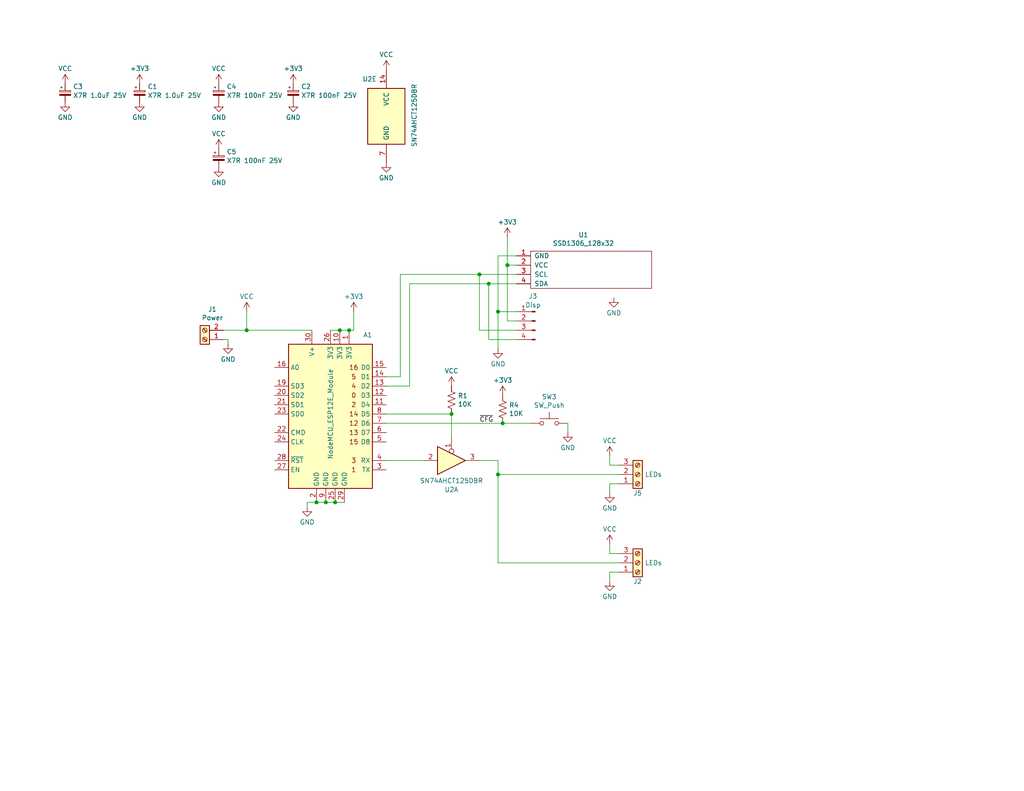
<source format=kicad_sch>
(kicad_sch (version 20250114) (generator "eeschema") (generator_version "9.0")
  (paper "USLetter")
  (title_block (rev "2.0"))
  (lib_symbols
    (symbol "74xx:74AHCT125" (pin_names (offset 1.016))
      (property "Reference" "U" (at 0 1.27 0))
      (property "Value" "74AHCT125" (at 0 -1.27 0))
      (symbol "74AHCT125_1_0"
        (polyline (pts (xy -3.81 3.81) (xy -3.81 -3.81) (xy 3.81 0) (xy -3.81 3.81)) (stroke (width 0.254)) (fill (type background)))
        (pin input line (at -7.62 0 0) (length 3.81) (name "~") (number "2"))
        (pin input inverted (at 0 -6.35 90) (length 4.445) (name "~") (number "1"))
        (pin tri_state line (at 7.62 0 180) (length 3.81) (name "~") (number "3"))
      )
      (symbol "74AHCT125_2_0"
        (polyline (pts (xy -3.81 3.81) (xy -3.81 -3.81) (xy 3.81 0) (xy -3.81 3.81)) (stroke (width 0.254)) (fill (type background)))
        (pin input line (at -7.62 0 0) (length 3.81) (name "~") (number "5"))
        (pin input inverted (at 0 -6.35 90) (length 4.445) (name "~") (number "4"))
        (pin tri_state line (at 7.62 0 180) (length 3.81) (name "~") (number "6"))
      )
      (symbol "74AHCT125_3_0"
        (polyline (pts (xy -3.81 3.81) (xy -3.81 -3.81) (xy 3.81 0) (xy -3.81 3.81)) (stroke (width 0.254)) (fill (type background)))
        (pin input line (at -7.62 0 0) (length 3.81) (name "~") (number "9"))
        (pin input inverted (at 0 -6.35 90) (length 4.445) (name "~") (number "10"))
        (pin tri_state line (at 7.62 0 180) (length 3.81) (name "~") (number "8"))
      )
      (symbol "74AHCT125_4_0"
        (polyline (pts (xy -3.81 3.81) (xy -3.81 -3.81) (xy 3.81 0) (xy -3.81 3.81)) (stroke (width 0.254)) (fill (type background)))
        (pin input line (at -7.62 0 0) (length 3.81) (name "~") (number "12"))
        (pin input inverted (at 0 -6.35 90) (length 4.445) (name "~") (number "13"))
        (pin tri_state line (at 7.62 0 180) (length 3.81) (name "~") (number "11"))
      )
      (symbol "74AHCT125_5_0"
        (pin power_in line (at 0 12.7 270) (length 5.08) (name "VCC") (number "14"))
        (pin power_in line (at 0 -12.7 90) (length 5.08) (name "GND") (number "7"))
      )
      (symbol "74AHCT125_5_1"
        (rectangle (start -5.08 7.62) (end 5.08 -7.62) (stroke (width 0.254)) (fill (type background)))
      )
    )
    (symbol "Connector:Conn_01x04_Pin" (pin_names (offset 1.016) (hide yes))
      (property "Reference" "J" (at 0 5.08 0))
      (property "Value" "Conn_01x04_Pin" (at 0 -7.62 0))
      (symbol "Conn_01x04_Pin_1_1"
        (rectangle (start 0.8636 2.667) (end 0 2.413) (stroke (width 0.1524)) (fill (type outline)))
        (rectangle (start 0.8636 0.127) (end 0 -0.127) (stroke (width 0.1524)) (fill (type outline)))
        (rectangle (start 0.8636 -2.413) (end 0 -2.667) (stroke (width 0.1524)) (fill (type outline)))
        (rectangle (start 0.8636 -4.953) (end 0 -5.207) (stroke (width 0.1524)) (fill (type outline)))
        (polyline (pts (xy 1.27 2.54) (xy 0.8636 2.54)) (stroke (width 0.1524)))
        (polyline (pts (xy 1.27 0) (xy 0.8636 0)) (stroke (width 0.1524)))
        (polyline (pts (xy 1.27 -2.54) (xy 0.8636 -2.54)) (stroke (width 0.1524)))
        (polyline (pts (xy 1.27 -5.08) (xy 0.8636 -5.08)) (stroke (width 0.1524)))
        (pin passive line (at 5.08 2.54 180) (length 3.81) (name "Pin_1") (number "1"))
        (pin passive line (at 5.08 0 180) (length 3.81) (name "Pin_2") (number "2"))
        (pin passive line (at 5.08 -2.54 180) (length 3.81) (name "Pin_3") (number "3"))
        (pin passive line (at 5.08 -5.08 180) (length 3.81) (name "Pin_4") (number "4"))
      )
    )
    (symbol "Connector:Screw_Terminal_01x02" (pin_names (offset 1.016) (hide yes))
      (property "Reference" "J" (at 0 2.54 0))
      (property "Value" "Screw_Terminal_01x02" (at 0 -5.08 0))
      (symbol "Screw_Terminal_01x02_1_1"
        (rectangle (start -1.27 1.27) (end 1.27 -3.81) (stroke (width 0.254)) (fill (type background)))
        (polyline (pts (xy -0.5334 0.3302) (xy 0.3302 -0.508)) (stroke (width 0.1524)))
        (polyline (pts (xy -0.5334 -2.2098) (xy 0.3302 -3.048)) (stroke (width 0.1524)))
        (polyline (pts (xy -0.3556 0.508) (xy 0.508 -0.3302)) (stroke (width 0.1524)))
        (polyline (pts (xy -0.3556 -2.032) (xy 0.508 -2.8702)) (stroke (width 0.1524)))
        (circle (center 0 0) (radius 0.635) (stroke (width 0.1524)))
        (circle (center 0 -2.54) (radius 0.635) (stroke (width 0.1524)))
        (pin passive line (at -5.08 0 0) (length 3.81) (name "Pin_1") (number "1"))
        (pin passive line (at -5.08 -2.54 0) (length 3.81) (name "Pin_2") (number "2"))
      )
    )
    (symbol "Connector:Screw_Terminal_01x03" (pin_names (offset 1.016) (hide yes))
      (property "Reference" "J" (at 0 5.08 0))
      (property "Value" "Screw_Terminal_01x03" (at 0 -5.08 0))
      (symbol "Screw_Terminal_01x03_1_1"
        (rectangle (start -1.27 3.81) (end 1.27 -3.81) (stroke (width 0.254)) (fill (type background)))
        (polyline (pts (xy -0.5334 2.8702) (xy 0.3302 2.032)) (stroke (width 0.1524)))
        (polyline (pts (xy -0.5334 0.3302) (xy 0.3302 -0.508)) (stroke (width 0.1524)))
        (polyline (pts (xy -0.5334 -2.2098) (xy 0.3302 -3.048)) (stroke (width 0.1524)))
        (polyline (pts (xy -0.3556 3.048) (xy 0.508 2.2098)) (stroke (width 0.1524)))
        (polyline (pts (xy -0.3556 0.508) (xy 0.508 -0.3302)) (stroke (width 0.1524)))
        (polyline (pts (xy -0.3556 -2.032) (xy 0.508 -2.8702)) (stroke (width 0.1524)))
        (circle (center 0 2.54) (radius 0.635) (stroke (width 0.1524)))
        (circle (center 0 0) (radius 0.635) (stroke (width 0.1524)))
        (circle (center 0 -2.54) (radius 0.635) (stroke (width 0.1524)))
        (pin passive line (at -5.08 2.54 0) (length 3.81) (name "Pin_1") (number "1"))
        (pin passive line (at -5.08 0 0) (length 3.81) (name "Pin_2") (number "2"))
        (pin passive line (at -5.08 -2.54 0) (length 3.81) (name "Pin_3") (number "3"))
      )
    )
    (symbol "Device:C_Polarized_Small" (pin_numbers (hide yes)) (pin_names (offset 0.254) (hide yes))
      (property "Reference" "C" (at 0.254 1.778 0))
      (property "Value" "C_Polarized_Small" (at 0.254 -2.032 0))
      (symbol "C_Polarized_Small_0_1"
        (rectangle (start -1.524 0.6858) (end 1.524 0.3048))
        (rectangle (start -1.524 -0.3048) (end 1.524 -0.6858) (fill (type outline)))
        (polyline (pts (xy -1.27 1.524) (xy -0.762 1.524)))
        (polyline (pts (xy -1.016 1.27) (xy -1.016 1.778)))
      )
      (symbol "C_Polarized_Small_1_1"
        (pin passive line (at 0 2.54 270) (length 1.8542) (name "~") (number "1"))
        (pin passive line (at 0 -2.54 90) (length 1.8542) (name "~") (number "2"))
      )
    )
    (symbol "Device:R_US" (pin_numbers (hide yes)) (pin_names (offset 0))
      (property "Reference" "R" (at 2.54 0 90))
      (property "Value" "R_US" (at -2.54 0 90))
      (symbol "R_US_0_1"
        (polyline (pts (xy 0 2.286) (xy 0 2.54)))
        (polyline (pts (xy 0 2.286) (xy 1.016 1.905) (xy 0 1.524) (xy -1.016 1.143) (xy 0 0.762)))
        (polyline (pts (xy 0 0.762) (xy 1.016 0.381) (xy 0 0) (xy -1.016 -0.381) (xy 0 -0.762)))
        (polyline (pts (xy 0 -0.762) (xy 1.016 -1.143) (xy 0 -1.524) (xy -1.016 -1.905) (xy 0 -2.286)))
        (polyline (pts (xy 0 -2.286) (xy 0 -2.54)))
      )
      (symbol "R_US_1_1"
        (pin passive line (at 0 3.81 270) (length 1.27) (name "~") (number "1"))
        (pin passive line (at 0 -3.81 90) (length 1.27) (name "~") (number "2"))
      )
    )
    (symbol "NodeMCU:NodeMCU_ESP12E_Module"
      (property "Reference" "A" (at 7.62 19.05 0))
      (property "Value" "NodeMCU_ESP12E_Module" (at 7.62 -25.4 0))
      (symbol "NodeMCU_ESP12E_Module_0_0"
        (text "16" (at 6.35 10.16 0) (effects (font (size 1.27 1.27))))
        (text "5" (at 6.35 7.62 0) (effects (font (size 1.27 1.27))))
        (text "4" (at 6.35 5.08 0) (effects (font (size 1.27 1.27))))
        (text "0" (at 6.35 2.54 0) (effects (font (size 1.27 1.27))))
        (text "2" (at 6.35 0 0) (effects (font (size 1.27 1.27))))
        (text "14" (at 6.35 -2.54 0) (effects (font (size 1.27 1.27))))
        (text "12" (at 6.35 -5.08 0) (effects (font (size 1.27 1.27))))
        (text "13" (at 6.35 -7.62 0) (effects (font (size 1.27 1.27))))
        (text "15" (at 6.35 -10.16 0) (effects (font (size 1.27 1.27))))
        (text "3" (at 6.35 -15.24 0) (effects (font (size 1.27 1.27))))
        (text "1" (at 6.35 -17.78 0) (effects (font (size 1.27 1.27))))
      )
      (symbol "NodeMCU_ESP12E_Module_0_1"
        (rectangle (start -11.43 16.51) (end 11.43 -22.86) (stroke (width 0.254)) (fill (type background)))
      )
      (symbol "NodeMCU_ESP12E_Module_1_1"
        (pin bidirectional line (at -15.24 10.16 0) (length 3.81) (name "A0") (number "16"))
        (pin bidirectional line (at -15.24 5.08 0) (length 3.81) (name "SD3") (number "19"))
        (pin bidirectional line (at -15.24 2.54 0) (length 3.81) (name "SD2") (number "20"))
        (pin bidirectional line (at -15.24 0 0) (length 3.81) (name "SD1") (number "21"))
        (pin bidirectional line (at -15.24 -2.54 0) (length 3.81) (name "SD0") (number "23"))
        (pin bidirectional line (at -15.24 -7.62 0) (length 3.81) (name "CMD") (number "22"))
        (pin bidirectional line (at -15.24 -10.16 0) (length 3.81) (name "CLK") (number "24"))
        (pin input line (at -15.24 -15.24 0) (length 3.81) (name "~{RST}") (number "28"))
        (pin input line (at -15.24 -17.78 0) (length 3.81) (name "EN") (number "27"))
        (pin power_in line (at -5.08 20.32 270) (length 3.81) (name "V+") (number "30"))
        (pin power_in line (at -3.81 -26.67 90) (length 3.81) (name "GND") (number "2"))
        (pin power_in line (at -1.27 -26.67 90) (length 3.81) (name "GND") (number "9"))
        (pin power_in line (at 0 20.32 270) (length 3.81) (name "3V3") (number "26"))
        (pin power_in line (at 1.27 -26.67 90) (length 3.81) (name "GND") (number "25"))
        (pin power_in line (at 2.54 20.32 270) (length 3.81) (name "3V3") (number "10"))
        (pin power_in line (at 3.81 -26.67 90) (length 3.81) (name "GND") (number "29"))
        (pin power_out line (at 5.08 20.32 270) (length 3.81) (name "3V3") (number "1"))
        (pin bidirectional line (at 15.24 10.16 180) (length 3.81) (name "D0") (number "15"))
        (pin bidirectional line (at 15.24 7.62 180) (length 3.81) (name "D1") (number "14"))
        (pin bidirectional line (at 15.24 5.08 180) (length 3.81) (name "D2") (number "13"))
        (pin bidirectional line (at 15.24 2.54 180) (length 3.81) (name "D3") (number "12"))
        (pin bidirectional line (at 15.24 0 180) (length 3.81) (name "D4") (number "11"))
        (pin bidirectional line (at 15.24 -2.54 180) (length 3.81) (name "D5") (number "8"))
        (pin bidirectional line (at 15.24 -5.08 180) (length 3.81) (name "D6") (number "7"))
        (pin bidirectional line (at 15.24 -7.62 180) (length 3.81) (name "D7") (number "6"))
        (pin bidirectional line (at 15.24 -10.16 180) (length 3.81) (name "D8") (number "5"))
        (pin bidirectional line (at 15.24 -15.24 180) (length 3.81) (name "RX") (number "4"))
        (pin bidirectional line (at 15.24 -17.78 180) (length 3.81) (name "TX") (number "3"))
      )
    )
    (symbol "NodeMCU:SSD1306_128x32" (pin_names (offset 1.016))
      (property "Reference" "U" (at 0 6.35 0))
      (property "Value" "SSD1306_128x32" (at 0 -6.35 0))
      (symbol "SSD1306_128x32_0_1"
        (rectangle (start -16.51 5.08) (end 16.51 -5.08))
      )
      (symbol "SSD1306_128x32_1_1"
        (pin power_in line (at -20.32 3.81 0) (length 3.81) (name "GND") (number "1"))
        (pin power_in line (at -20.32 1.27 0) (length 3.81) (name "VCC") (number "2"))
        (pin bidirectional line (at -20.32 -1.27 0) (length 3.81) (name "SCL") (number "3"))
        (pin bidirectional line (at -20.32 -3.81 0) (length 3.81) (name "SDA") (number "4"))
      )
    )
    (symbol "Switch:SW_Push" (pin_numbers (hide yes)) (pin_names (offset 1.016) (hide yes))
      (property "Reference" "SW" (at 1.27 2.54 0))
      (property "Value" "SW_Push" (at 0 -1.524 0))
      (symbol "SW_Push_0_1"
        (circle (center -2.032 0) (radius 0.508))
        (polyline (pts (xy 0 1.27) (xy 0 3.048)))
        (circle (center 2.032 0) (radius 0.508))
        (polyline (pts (xy 2.54 1.27) (xy -2.54 1.27)))
        (pin passive line (at -5.08 0 0) (length 2.54) (name "1") (number "1"))
        (pin passive line (at 5.08 0 180) (length 2.54) (name "2") (number "2"))
      )
    )
    (symbol "power:+3V3" (power) (pin_numbers (hide yes)) (pin_names (offset 0) (hide yes))
      (property "Value" "+3V3" (at 0 3.556 0))
      (symbol "+3V3_0_1"
        (polyline (pts (xy -0.762 1.27) (xy 0 2.54)))
        (polyline (pts (xy 0 2.54) (xy 0.762 1.27)))
        (polyline (pts (xy 0 0) (xy 0 2.54)))
      )
      (symbol "+3V3_1_1"
        (pin power_in line (at 0 0 90) (length 0) (name "~") (number "1"))
      )
    )
    (symbol "power:GND" (power) (pin_numbers (hide yes)) (pin_names (offset 0) (hide yes))
      (property "Value" "GND" (at 0 -3.81 0))
      (symbol "GND_0_1"
        (polyline (pts (xy 0 0) (xy 0 -1.27) (xy 1.27 -1.27) (xy 0 -2.54) (xy -1.27 -1.27) (xy 0 -1.27)))
      )
      (symbol "GND_1_1"
        (pin power_in line (at 0 0 270) (length 0) (name "~") (number "1"))
      )
    )
    (symbol "power:VCC" (power) (pin_numbers (hide yes)) (pin_names (offset 0) (hide yes))
      (property "Value" "VCC" (at 0 3.556 0))
      (symbol "VCC_0_1"
        (polyline (pts (xy -0.762 1.27) (xy 0 2.54)))
        (polyline (pts (xy 0 2.54) (xy 0.762 1.27)))
        (polyline (pts (xy 0 0) (xy 0 2.54)))
      )
      (symbol "VCC_1_1"
        (pin power_in line (at 0 0 90) (length 0) (name "~") (number "1"))
      )
    )
  )
  (junction (at 67.31 90.17))
  (junction (at 91.44 137.16))
  (junction (at 135.89 129.54))
  (junction (at 137.16 115.57))
  (junction (at 92.71 90.17))
  (junction (at 86.36 137.16))
  (junction (at 138.43 72.39))
  (junction (at 88.9 137.16))
  (junction (at 130.81 74.93))
  (junction (at 135.89 85.09))
  (junction (at 95.25 90.17))
  (junction (at 133.35 77.47))
  (junction (at 123.19 113.03))
  (wire (pts (xy 130.81 74.93) (xy 130.81 90.17)))
  (wire (pts (xy 154.94 115.57) (xy 154.94 118.11)))
  (wire (pts (xy 135.89 153.67) (xy 168.91 153.67)))
  (wire (pts (xy 138.43 72.39) (xy 138.43 87.63)))
  (wire (pts (xy 130.81 90.17) (xy 140.97 90.17)))
  (wire (pts (xy 138.43 64.77) (xy 138.43 72.39)))
  (wire (pts (xy 105.41 113.03) (xy 123.19 113.03)))
  (wire (pts (xy 92.71 90.17) (xy 95.25 90.17)))
  (wire (pts (xy 123.19 113.03) (xy 123.19 119.38)))
  (wire (pts (xy 96.52 85.09) (xy 96.52 90.17)))
  (wire (pts (xy 105.41 125.73) (xy 115.57 125.73)))
  (wire (pts (xy 166.37 132.08) (xy 166.37 134.62)))
  (wire (pts (xy 60.96 90.17) (xy 67.31 90.17)))
  (wire (pts (xy 62.23 92.71) (xy 62.23 93.98)))
  (wire (pts (xy 60.96 92.71) (xy 62.23 92.71)))
  (wire (pts (xy 88.9 137.16) (xy 86.36 137.16)))
  (wire (pts (xy 166.37 156.21) (xy 166.37 158.75)))
  (wire (pts (xy 109.22 74.93) (xy 109.22 102.87)))
  (wire (pts (xy 133.35 77.47) (xy 140.97 77.47)))
  (wire (pts (xy 168.91 156.21) (xy 166.37 156.21)))
  (wire (pts (xy 86.36 137.16) (xy 83.82 137.16)))
  (wire (pts (xy 135.89 85.09) (xy 135.89 95.25)))
  (wire (pts (xy 130.81 125.73) (xy 135.89 125.73)))
  (wire (pts (xy 133.35 77.47) (xy 133.35 92.71)))
  (wire (pts (xy 135.89 129.54) (xy 168.91 129.54)))
  (wire (pts (xy 95.25 90.17) (xy 96.52 90.17)))
  (wire (pts (xy 166.37 151.13) (xy 166.37 148.59)))
  (wire (pts (xy 135.89 125.73) (xy 135.89 129.54)))
  (wire (pts (xy 111.76 105.41) (xy 111.76 77.47)))
  (wire (pts (xy 168.91 127) (xy 166.37 127)))
  (wire (pts (xy 135.89 129.54) (xy 135.89 153.67)))
  (wire (pts (xy 138.43 72.39) (xy 140.97 72.39)))
  (wire (pts (xy 138.43 87.63) (xy 140.97 87.63)))
  (wire (pts (xy 105.41 115.57) (xy 137.16 115.57)))
  (wire (pts (xy 67.31 90.17) (xy 85.09 90.17)))
  (wire (pts (xy 135.89 85.09) (xy 140.97 85.09)))
  (wire (pts (xy 166.37 127) (xy 166.37 124.46)))
  (wire (pts (xy 140.97 69.85) (xy 135.89 69.85)))
  (wire (pts (xy 90.17 90.17) (xy 92.71 90.17)))
  (wire (pts (xy 111.76 77.47) (xy 133.35 77.47)))
  (wire (pts (xy 168.91 151.13) (xy 166.37 151.13)))
  (wire (pts (xy 168.91 132.08) (xy 166.37 132.08)))
  (wire (pts (xy 130.81 74.93) (xy 109.22 74.93)))
  (wire (pts (xy 105.41 105.41) (xy 111.76 105.41)))
  (wire (pts (xy 140.97 74.93) (xy 130.81 74.93)))
  (wire (pts (xy 135.89 69.85) (xy 135.89 85.09)))
  (wire (pts (xy 91.44 137.16) (xy 88.9 137.16)))
  (wire (pts (xy 93.98 137.16) (xy 91.44 137.16)))
  (wire (pts (xy 133.35 92.71) (xy 140.97 92.71)))
  (wire (pts (xy 109.22 102.87) (xy 105.41 102.87)))
  (wire (pts (xy 83.82 137.16) (xy 83.82 138.43)))
  (wire (pts (xy 137.16 115.57) (xy 144.78 115.57)))
  (wire (pts (xy 67.31 85.09) (xy 67.31 90.17)))
  (label "~{CFG}" (at 130.81 115.57 0))
  (symbol (lib_id "NodeMCU:NodeMCU_ESP12E_Module") (at 90.17 110.49 0) (unit 1)
    (property "Reference" "A1" (at 100.33 91.44 0))
    (property "Value" "NodeMCU_ESP12E_Module" (at 90.17 113.03 90))
    (property "Footprint" "Module:NodeMCU" (effects (hide yes)))
    (property "Datasheet" "https://www.adafruit.com/product/2471" (effects (hide yes)))
  )
  (symbol (lib_id "NodeMCU:SSD1306_128x32") (at 161.29 73.66 0) (unit 1)
    (property "Reference" "U1" (at 159.1818 64.135 0))
    (property "Value" "SSD1306_128x32" (at 159.1818 66.4464 0))
    (property "Footprint" "Connector_PinHeader_2.54mm:PinHeader_1x04_P2.54mm_Vertical" (effects (hide yes)))
  )
  (symbol (lib_id "Switch:SW_Push") (at 149.86 115.57 0) (unit 1)
    (property "Reference" "SW3" (at 149.86 108.331 0))
    (property "Value" "SW_Push" (at 149.86 110.6424 0))
    (property "Footprint" "Button_Switch_THT:SW_PUSH_6mm_H4.3mm" (effects (hide yes)))
  )
  (symbol (lib_id "Connector:Screw_Terminal_01x02") (at 55.88 92.71 180) (unit 1)
    (property "Reference" "J1" (at 57.9628 84.455 0))
    (property "Value" "Power" (at 57.9628 86.7664 0))
    (property "Footprint" "TerminalBlock_Phoenix:TerminalBlock_Phoenix_MPT-0,5-2-2.54_1x02_P2.54mm_Horizontal" (effects (hide yes)))
  )
  (symbol (lib_id "Device:R_US") (at 137.16 111.76 0) (unit 1)
    (property "Reference" "R4" (at 138.8872 110.5916 0) (effects (justify left)))
    (property "Value" "10K" (at 138.8872 112.903 0) (effects (justify left)))
    (property "Footprint" "Resistor_SMD:R_1206_3216Metric_Pad1.30x1.75mm_HandSolder" (effects (hide yes)))
  )
  (symbol (lib_id "Device:C_Polarized_Small") (at 59.69 25.4 0) (unit 1)
    (property "Reference" "C4" (at 61.849 23.6417 0) (effects (justify left)))
    (property "Value" "X7R 100nF 25V" (at 61.849 26.066 0) (effects (justify left)))
    (property "Footprint" "Capacitor_SMD:C_0805_2012Metric_Pad1.18x1.45mm_HandSolder" (effects (hide yes)))
    (property "Description" "MLCC - 25V .1uF X7R 0805 10%" (effects (hide yes)))
  )
  (symbol (lib_id "power:GND") (at 38.1 27.94 0) (unit 1)
    (property "Reference" "#PWR016" (effects (hide yes)))
    (property "Value" "GND" (at 38.1 32.0731 0))
    (property "Description" "Power symbol creates a global label with name \"GND\" , ground" (effects (hide yes)))
  )
  (symbol (lib_id "power:GND") (at 59.69 45.72 0) (unit 1)
    (property "Reference" "#PWR023" (effects (hide yes)))
    (property "Value" "GND" (at 59.69 49.8531 0))
    (property "Description" "Power symbol creates a global label with name \"GND\" , ground" (effects (hide yes)))
  )
  (symbol (lib_id "power:+3V3") (at 80.01 22.86 0) (unit 1)
    (property "Reference" "#PWR07" (effects (hide yes)))
    (property "Value" "+3V3" (at 80.01 18.7269 0))
    (property "Description" "Power symbol creates a global label with name \"+3V3\"" (effects (hide yes)))
  )
  (symbol (lib_id "power:VCC") (at 59.69 40.64 0) (unit 1)
    (property "Reference" "#PWR022" (effects (hide yes)))
    (property "Value" "VCC" (at 59.69 36.5069 0))
    (property "Description" "Power symbol creates a global label with name \"VCC\"" (effects (hide yes)))
  )
  (symbol (lib_id "power:VCC") (at 166.37 148.59 0) (unit 1)
    (property "Reference" "#PWR06" (effects (hide yes)))
    (property "Value" "VCC" (at 166.37 144.4569 0))
    (property "Description" "Power symbol creates a global label with name \"VCC\"" (effects (hide yes)))
  )
  (symbol (lib_id "power:+3V3") (at 138.43 64.77 0) (unit 1)
    (property "Reference" "#PWR014" (effects (hide yes)))
    (property "Value" "+3V3" (at 138.43 60.6369 0))
    (property "Description" "Power symbol creates a global label with name \"+3V3\"" (effects (hide yes)))
  )
  (symbol (lib_id "power:VCC") (at 59.69 22.86 0) (unit 1)
    (property "Reference" "#PWR09" (effects (hide yes)))
    (property "Value" "VCC" (at 59.69 18.7269 0))
    (property "Description" "Power symbol creates a global label with name \"VCC\"" (effects (hide yes)))
  )
  (symbol (lib_id "power:GND") (at 62.23 93.98 0) (unit 1)
    (property "Reference" "#PWR010" (effects (hide yes)))
    (property "Value" "GND" (at 62.23 98.1131 0))
    (property "Description" "Power symbol creates a global label with name \"GND\" , ground" (effects (hide yes)))
  )
  (symbol (lib_id "Device:C_Polarized_Small") (at 59.69 43.18 0) (unit 1)
    (property "Reference" "C5" (at 61.849 41.4217 0) (effects (justify left)))
    (property "Value" "X7R 100nF 25V" (at 61.849 43.846 0) (effects (justify left)))
    (property "Footprint" "Capacitor_SMD:C_0805_2012Metric_Pad1.18x1.45mm_HandSolder" (effects (hide yes)))
    (property "Description" "MLCC - 25V .1uF X7R 0805 10%" (effects (hide yes)))
  )
  (symbol (lib_id "Connector:Conn_01x04_Pin") (at 146.05 87.63 0) (mirror y) (unit 1)
    (property "Reference" "J3" (at 145.415 80.8693 0))
    (property "Value" "Disp" (at 145.415 83.2936 0))
    (property "Footprint" "Connector_PinHeader_2.54mm:PinHeader_1x04_P2.54mm_Vertical" (effects (hide yes)))
    (property "Description" "Generic connector, single row, 01x04, script generated" (effects (hide yes)))
  )
  (symbol (lib_id "74xx:74AHCT125") (at 123.19 125.73 0) (mirror x) (unit 1)
    (property "Reference" "U2" (at 123.19 133.6845 0))
    (property "Value" "SN74AHCT125DBR" (at 123.19 131.2602 0))
    (property "Footprint" "Package_SO:SSOP-14_5.3x6.2mm_P0.65mm" (effects (hide yes)))
    (property "Datasheet" "https://www.ti.com/lit/ds/symlink/sn74ahct125.pdf" (effects (hide yes)))
    (property "Description" "Quadruple Bus Buffer Gates With 3-State Outputs SN74AHCT125DBR" (effects (hide yes)))
  )
  (symbol (lib_id "Device:R_US") (at 123.19 109.22 0) (unit 1)
    (property "Reference" "R1" (at 124.9172 108.0516 0) (effects (justify left)))
    (property "Value" "10K" (at 124.9172 110.363 0) (effects (justify left)))
    (property "Footprint" "Resistor_SMD:R_1206_3216Metric_Pad1.30x1.75mm_HandSolder" (effects (hide yes)))
  )
  (symbol (lib_id "power:VCC") (at 67.31 85.09 0) (unit 1)
    (property "Reference" "#PWR01" (effects (hide yes)))
    (property "Value" "VCC" (at 67.31 80.9569 0))
    (property "Description" "Power symbol creates a global label with name \"VCC\"" (effects (hide yes)))
  )
  (symbol (lib_id "power:GND") (at 83.82 138.43 0) (unit 1)
    (property "Reference" "#PWR03" (effects (hide yes)))
    (property "Value" "GND" (at 83.82 142.5631 0))
    (property "Description" "Power symbol creates a global label with name \"GND\" , ground" (effects (hide yes)))
  )
  (symbol (lib_id "power:GND") (at 167.4941 81.32 0) (unit 1)
    (property "Reference" "#PWR024" (effects (hide yes)))
    (property "Value" "GND" (at 167.4941 85.4531 0))
    (property "Description" "Power symbol creates a global label with name \"GND\" , ground" (effects (hide yes)))
  )
  (symbol (lib_id "power:VCC") (at 166.37 124.46 0) (unit 1)
    (property "Reference" "#PWR025" (effects (hide yes)))
    (property "Value" "VCC" (at 166.37 120.3269 0))
    (property "Description" "Power symbol creates a global label with name \"VCC\"" (effects (hide yes)))
  )
  (symbol (lib_id "power:GND") (at 135.89 95.25 0) (unit 1)
    (property "Reference" "#PWR08" (effects (hide yes)))
    (property "Value" "GND" (at 135.89 99.3831 0))
    (property "Description" "Power symbol creates a global label with name \"GND\" , ground" (effects (hide yes)))
  )
  (symbol (lib_id "Device:C_Polarized_Small") (at 38.1 25.4 0) (unit 1)
    (property "Reference" "C1" (at 40.259 23.6417 0) (effects (justify left)))
    (property "Value" "X7R 1.0uF 25V" (at 40.259 26.066 0) (effects (justify left)))
    (property "Footprint" "Capacitor_SMD:C_1206_3216Metric_Pad1.33x1.80mm_HandSolder" (effects (hide yes)))
    (property "Description" "MLCC 10 uF 25 VDC 10% 1210 X7R " (effects (hide yes)))
  )
  (symbol (lib_id "power:+3V3") (at 38.1 22.86 0) (unit 1)
    (property "Reference" "#PWR02" (effects (hide yes)))
    (property "Value" "+3V3" (at 38.1 18.7269 0))
    (property "Description" "Power symbol creates a global label with name \"+3V3\"" (effects (hide yes)))
  )
  (symbol (lib_id "74xx:74AHCT125") (at 105.41 31.75 0) (mirror y) (unit 5)
    (property "Reference" "U2" (at 100.838 21.59 0))
    (property "Value" "SN74AHCT125DBR" (at 113.03 31.496 90))
    (property "Footprint" "Package_SO:SSOP-14_5.3x6.2mm_P0.65mm" (effects (hide yes)))
    (property "Datasheet" "https://www.ti.com/lit/ds/symlink/sn74ahct125.pdf" (effects (hide yes)))
    (property "Description" "Quadruple Bus Buffer Gates With 3-State Outputs SN74AHCT125DBR" (effects (hide yes)))
  )
  (symbol (lib_id "Connector:Screw_Terminal_01x03") (at 173.99 129.54 0) (mirror x) (unit 1)
    (property "Reference" "J5" (at 173.99 134.62 0))
    (property "Value" "LEDs" (at 178.308 129.54 0))
    (property "Footprint" "TerminalBlock_Phoenix:TerminalBlock_Phoenix_MPT-0,5-3-2.54_1x03_P2.54mm_Horizontal" (effects (hide yes)))
  )
  (symbol (lib_id "Connector:Screw_Terminal_01x03") (at 173.99 153.67 0) (mirror x) (unit 1)
    (property "Reference" "J2" (at 173.99 158.75 0))
    (property "Value" "LEDs" (at 178.308 153.67 0))
    (property "Footprint" "TerminalBlock_Phoenix:TerminalBlock_Phoenix_MPT-0,5-3-2.54_1x03_P2.54mm_Horizontal" (effects (hide yes)))
  )
  (symbol (lib_id "Device:C_Polarized_Small") (at 17.78 25.4 0) (unit 1)
    (property "Reference" "C3" (at 19.939 23.6417 0) (effects (justify left)))
    (property "Value" "X7R 1.0uF 25V" (at 19.939 26.066 0) (effects (justify left)))
    (property "Footprint" "Capacitor_SMD:C_1206_3216Metric_Pad1.33x1.80mm_HandSolder" (effects (hide yes)))
    (property "Description" "MLCC 10 uF 25 VDC 10% 1210 X7R " (effects (hide yes)))
  )
  (symbol (lib_id "power:+3V3") (at 137.16 107.95 0) (unit 1)
    (property "Reference" "#PWR015" (effects (hide yes)))
    (property "Value" "+3V3" (at 137.16 103.8169 0))
    (property "Description" "Power symbol creates a global label with name \"+3V3\"" (effects (hide yes)))
  )
  (symbol (lib_id "power:GND") (at 80.01 27.94 0) (unit 1)
    (property "Reference" "#PWR018" (effects (hide yes)))
    (property "Value" "GND" (at 80.01 32.0731 0))
    (property "Description" "Power symbol creates a global label with name \"GND\" , ground" (effects (hide yes)))
  )
  (symbol (lib_id "power:GND") (at 105.41 44.45 0) (unit 1)
    (property "Reference" "#PWR021" (effects (hide yes)))
    (property "Value" "GND" (at 105.41 48.5831 0))
    (property "Description" "Power symbol creates a global label with name \"GND\" , ground" (effects (hide yes)))
  )
  (symbol (lib_id "power:GND") (at 154.94 118.11 0) (unit 1)
    (property "Reference" "#PWR019" (effects (hide yes)))
    (property "Value" "GND" (at 154.94 122.2431 0))
    (property "Description" "Power symbol creates a global label with name \"GND\" , ground" (effects (hide yes)))
  )
  (symbol (lib_id "power:+3V3") (at 96.52 85.09 0) (unit 1)
    (property "Reference" "#PWR013" (effects (hide yes)))
    (property "Value" "+3V3" (at 96.52 80.9569 0))
    (property "Description" "Power symbol creates a global label with name \"+3V3\"" (effects (hide yes)))
  )
  (symbol (lib_id "power:GND") (at 59.69 27.94 0) (unit 1)
    (property "Reference" "#PWR017" (effects (hide yes)))
    (property "Value" "GND" (at 59.69 32.0731 0))
    (property "Description" "Power symbol creates a global label with name \"GND\" , ground" (effects (hide yes)))
  )
  (symbol (lib_id "power:GND") (at 17.78 27.94 0) (unit 1)
    (property "Reference" "#PWR012" (effects (hide yes)))
    (property "Value" "GND" (at 17.78 32.0731 0))
    (property "Description" "Power symbol creates a global label with name \"GND\" , ground" (effects (hide yes)))
  )
  (symbol (lib_id "Device:C_Polarized_Small") (at 80.01 25.4 0) (unit 1)
    (property "Reference" "C2" (at 82.169 23.6417 0) (effects (justify left)))
    (property "Value" "X7R 100nF 25V" (at 82.169 26.066 0) (effects (justify left)))
    (property "Footprint" "Capacitor_SMD:C_0805_2012Metric_Pad1.18x1.45mm_HandSolder" (effects (hide yes)))
    (property "Description" "MLCC - 25V .1uF X7R 0805 10%" (effects (hide yes)))
  )
  (symbol (lib_id "power:VCC") (at 17.78 22.86 0) (unit 1)
    (property "Reference" "#PWR011" (effects (hide yes)))
    (property "Value" "VCC" (at 17.78 18.7269 0))
    (property "Description" "Power symbol creates a global label with name \"VCC\"" (effects (hide yes)))
  )
  (symbol (lib_id "power:VCC") (at 105.41 19.05 0) (unit 1)
    (property "Reference" "#PWR020" (effects (hide yes)))
    (property "Value" "VCC" (at 105.41 14.9169 0))
    (property "Description" "Power symbol creates a global label with name \"VCC\"" (effects (hide yes)))
  )
  (symbol (lib_id "power:GND") (at 166.37 134.62 0) (unit 1)
    (property "Reference" "#PWR026" (effects (hide yes)))
    (property "Value" "GND" (at 166.37 138.7531 0))
    (property "Description" "Power symbol creates a global label with name \"GND\" , ground" (effects (hide yes)))
  )
  (symbol (lib_id "power:GND") (at 166.37 158.75 0) (unit 1)
    (property "Reference" "#PWR05" (effects (hide yes)))
    (property "Value" "GND" (at 166.37 162.8831 0))
    (property "Description" "Power symbol creates a global label with name \"GND\" , ground" (effects (hide yes)))
  )
  (symbol (lib_id "power:VCC") (at 123.19 105.41 0) (unit 1)
    (property "Reference" "#PWR04" (effects (hide yes)))
    (property "Value" "VCC" (at 123.19 101.2769 0))
    (property "Description" "Power symbol creates a global label with name \"VCC\"" (effects (hide yes)))
  )
)
</source>
